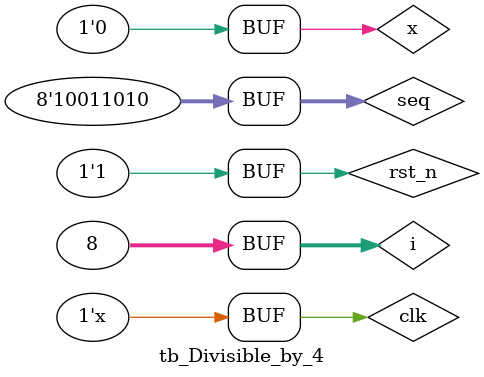
<source format=sv>
module sim;

    initial begin
        $dumpfile("dump.vcd");
        $dumpvars;
        #100
        $finish;
    end

endmodule

module tb_Divisible_by_4;

    reg x, rst_n, clk;
    reg [0:7] seq = 'b10011010;
    wire y;
    integer i;

    Divisible_by_4 ins(.x(x), .rst_n(rst_n), .clk(clk), .y(y));

    always #4 clk = ~clk;

    initial begin
        clk = 1'b0;
        rst_n = 1'b1;
        x = 1'b0;
        #6
        rst_n = 1'b0;
        #2
        rst_n = 1'b1;

        for (i = 0; i < 8; i++)
            #8
            x = seq[i];
    end

endmodule

</source>
